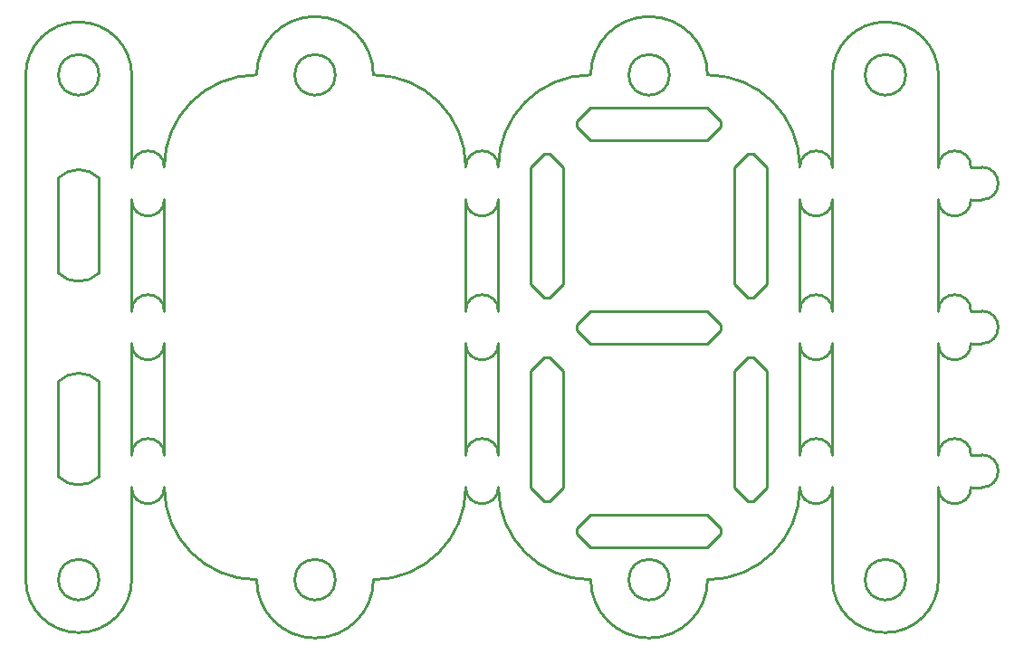
<source format=gm1>
G04*
G04 #@! TF.GenerationSoftware,Altium Limited,Altium Designer,20.2.6 (244)*
G04*
G04 Layer_Color=16711935*
%FSLAX25Y25*%
%MOIN*%
G70*
G04*
G04 #@! TF.SameCoordinates,EC59DE11-5F21-440E-92AE-D345A4C3AF16*
G04*
G04*
G04 #@! TF.FilePolarity,Positive*
G04*
G01*
G75*
%ADD10C,0.01000*%
D10*
X501000Y259000D02*
G03*
X513000Y259000I6000J0D01*
G01*
Y271000D02*
G03*
X501000Y271000I-6000J0D01*
G01*
Y206000D02*
G03*
X513000Y206000I6000J0D01*
G01*
Y218000D02*
G03*
X501000Y218000I-6000J0D01*
G01*
X513000Y165000D02*
G03*
X501000Y165000I-6000J0D01*
G01*
Y153000D02*
G03*
X513000Y153000I6000J0D01*
G01*
X204000D02*
G03*
X216000Y153000I6000J0D01*
G01*
X327000Y259000D02*
G03*
X339000Y259000I6000J0D01*
G01*
X450000Y153000D02*
G03*
X462000Y153000I6000J0D01*
G01*
X450000Y206000D02*
G03*
X462000Y206000I6000J0D01*
G01*
Y218000D02*
G03*
X450000Y218000I-6000J0D01*
G01*
Y259000D02*
G03*
X462000Y259000I6000J0D01*
G01*
X327000Y206000D02*
G03*
X339000Y206000I6000J0D01*
G01*
Y218000D02*
G03*
X327000Y218000I-6000J0D01*
G01*
Y153000D02*
G03*
X339000Y153000I6000J0D01*
G01*
X216000Y165000D02*
G03*
X204000Y165000I-6000J0D01*
G01*
Y206000D02*
G03*
X216000Y206000I6000J0D01*
G01*
Y218000D02*
G03*
X204000Y218000I-6000J0D01*
G01*
Y259000D02*
G03*
X216000Y259000I6000J0D01*
G01*
X462000Y271000D02*
G03*
X450000Y271000I-6000J0D01*
G01*
X462000Y165000D02*
G03*
X450000Y165000I-6000J0D01*
G01*
X339000Y271000D02*
G03*
X327000Y271000I-6000J0D01*
G01*
X339000Y165000D02*
G03*
X327000Y165000I-6000J0D01*
G01*
X216000Y271000D02*
G03*
X204000Y271000I-6000J0D01*
G01*
X517000Y153000D02*
G03*
X517000Y165000I0J6000D01*
G01*
Y206000D02*
G03*
X517000Y218000I0J6000D01*
G01*
Y259000D02*
G03*
X517000Y271000I0J6000D01*
G01*
X250000Y305000D02*
G03*
X216000Y271000I0J-34000D01*
G01*
X293000Y119000D02*
G03*
X327000Y153000I0J34000D01*
G01*
X216000D02*
G03*
X250000Y119000I34000J0D01*
G01*
X327000Y271000D02*
G03*
X293000Y305000I-34000J0D01*
G01*
D02*
G03*
X250000Y305000I-21500J0D01*
G01*
X279000D02*
G03*
X279000Y305000I-7500J0D01*
G01*
Y119000D02*
G03*
X279000Y119000I-7500J0D01*
G01*
X250000D02*
G03*
X293000Y119000I21500J0D01*
G01*
X165000Y119000D02*
G03*
X204000Y119000I19500J0D01*
G01*
X192000D02*
G03*
X192000Y119000I-7500J0D01*
G01*
Y305000D02*
G03*
X192000Y305000I-7500J0D01*
G01*
X204000D02*
G03*
X165000Y305000I-19500J0D01*
G01*
X192000Y267000D02*
G03*
X177000Y267000I-7500J-7500D01*
G01*
Y157000D02*
G03*
X192000Y157000I7500J7500D01*
G01*
X177000Y232000D02*
G03*
X192000Y232000I7500J7500D01*
G01*
Y192000D02*
G03*
X177000Y192000I-7500J-7500D01*
G01*
X416000Y119000D02*
G03*
X450000Y153000I0J34000D01*
G01*
X339000D02*
G03*
X373000Y119000I34000J0D01*
G01*
Y305000D02*
G03*
X339000Y271000I0J-34000D01*
G01*
X450000D02*
G03*
X416000Y305000I-34000J0D01*
G01*
D02*
G03*
X373000Y305000I-21500J0D01*
G01*
X402000D02*
G03*
X402000Y305000I-7500J0D01*
G01*
Y119000D02*
G03*
X402000Y119000I-7500J0D01*
G01*
X373000D02*
G03*
X416000Y119000I21500J0D01*
G01*
X501000Y305000D02*
G03*
X462000Y305000I-19500J0D01*
G01*
X489000D02*
G03*
X489000Y305000I-7500J0D01*
G01*
Y119000D02*
G03*
X489000Y119000I-7500J0D01*
G01*
X462000D02*
G03*
X501000Y119000I19500J0D01*
G01*
X513000Y271000D02*
X517000D01*
X513000Y259000D02*
X517000D01*
X513000Y218000D02*
X517000D01*
X513000Y206000D02*
X517000D01*
X513000Y153000D02*
X517000D01*
X513000Y165000D02*
X517000D01*
X501000Y218000D02*
Y259000D01*
Y165000D02*
Y206000D01*
X216000Y218000D02*
Y259000D01*
X462000Y165000D02*
Y206000D01*
X450000Y165000D02*
Y206000D01*
Y218000D02*
Y259000D01*
X462000Y218000D02*
Y259000D01*
X339000Y165000D02*
Y206000D01*
X327000Y165000D02*
Y206000D01*
Y218000D02*
Y259000D01*
X339000Y218000D02*
Y259000D01*
X204000Y218000D02*
Y259000D01*
Y165000D02*
Y206000D01*
X165000Y153000D02*
Y271000D01*
X216000Y165000D02*
Y206000D01*
X204000Y119000D02*
Y153000D01*
X165000Y119000D02*
Y153000D01*
X204000Y271000D02*
Y305000D01*
X165000Y271000D02*
Y305000D01*
X192000Y157000D02*
Y192000D01*
X177000Y157000D02*
Y192000D01*
X192000Y232000D02*
Y267000D01*
X177000Y232000D02*
Y267000D01*
X356000Y201000D02*
X358000D01*
X368000Y136000D02*
Y138000D01*
Y286000D02*
Y288000D01*
X356000Y276000D02*
X358000D01*
X368000Y211000D02*
Y213000D01*
X431000Y201000D02*
X433000D01*
X431000Y276000D02*
X433000D01*
Y201000D02*
X438000Y196000D01*
X358000Y201000D02*
X363000Y196000D01*
X351000D02*
X356000Y201000D01*
X426000Y196000D02*
X431000Y201000D01*
Y148000D02*
X433000D01*
X356000D02*
X358000D01*
X433000D02*
X438000Y153000D01*
X363000D02*
Y196000D01*
X426000Y153000D02*
Y196000D01*
X438000Y153000D02*
Y196000D01*
X351000Y153000D02*
X356000Y148000D01*
X358000D02*
X363000Y153000D01*
X426000D02*
X431000Y148000D01*
X351000Y153000D02*
Y196000D01*
X431000Y223000D02*
X433000D01*
X356000D02*
X358000D01*
X433000D02*
X438000Y228000D01*
X351000D02*
X356000Y223000D01*
X358000D02*
X363000Y228000D01*
X426000D02*
X431000Y223000D01*
X433000Y276000D02*
X438000Y271000D01*
X363000Y228000D02*
Y271000D01*
X426000Y228000D02*
Y271000D01*
X438000Y228000D02*
Y271000D01*
X358000Y276000D02*
X363000Y271000D01*
X351000D02*
X356000Y276000D01*
X426000Y271000D02*
X431000Y276000D01*
X351000Y228000D02*
Y271000D01*
X373000Y143000D02*
X416000D01*
X373000Y131000D02*
X416000D01*
X421000Y136000D01*
X416000Y143000D02*
X421000Y138000D01*
Y136000D02*
Y138000D01*
X368000Y136000D02*
X373000Y131000D01*
X368000Y138000D02*
X373000Y143000D01*
Y218000D02*
X416000D01*
X373000Y206000D02*
X416000D01*
X421000Y211000D01*
X416000Y218000D02*
X421000Y213000D01*
Y211000D02*
Y213000D01*
X368000Y211000D02*
X373000Y206000D01*
X368000Y213000D02*
X373000Y218000D01*
Y293000D02*
X416000D01*
X373000Y281000D02*
X416000D01*
X421000Y286000D01*
X416000Y293000D02*
X421000Y288000D01*
Y286000D02*
Y288000D01*
X368000Y286000D02*
X373000Y281000D01*
X368000Y288000D02*
X373000Y293000D01*
X462000Y271000D02*
Y305000D01*
X501000Y271000D02*
Y305000D01*
X462000Y119000D02*
Y153000D01*
X501000Y119000D02*
Y153000D01*
Y259000D02*
G03*
X513000Y259000I6000J0D01*
G01*
Y271000D02*
G03*
X501000Y271000I-6000J0D01*
G01*
Y206000D02*
G03*
X513000Y206000I6000J0D01*
G01*
Y218000D02*
G03*
X501000Y218000I-6000J0D01*
G01*
X513000Y165000D02*
G03*
X501000Y165000I-6000J0D01*
G01*
Y153000D02*
G03*
X513000Y153000I6000J0D01*
G01*
X204000D02*
G03*
X216000Y153000I6000J0D01*
G01*
X327000Y259000D02*
G03*
X339000Y259000I6000J0D01*
G01*
X450000Y153000D02*
G03*
X462000Y153000I6000J0D01*
G01*
X450000Y206000D02*
G03*
X462000Y206000I6000J0D01*
G01*
Y218000D02*
G03*
X450000Y218000I-6000J0D01*
G01*
Y259000D02*
G03*
X462000Y259000I6000J0D01*
G01*
X327000Y206000D02*
G03*
X339000Y206000I6000J0D01*
G01*
Y218000D02*
G03*
X327000Y218000I-6000J0D01*
G01*
Y153000D02*
G03*
X339000Y153000I6000J0D01*
G01*
X216000Y165000D02*
G03*
X204000Y165000I-6000J0D01*
G01*
Y206000D02*
G03*
X216000Y206000I6000J0D01*
G01*
Y218000D02*
G03*
X204000Y218000I-6000J0D01*
G01*
Y259000D02*
G03*
X216000Y259000I6000J0D01*
G01*
X462000Y271000D02*
G03*
X450000Y271000I-6000J0D01*
G01*
X462000Y165000D02*
G03*
X450000Y165000I-6000J0D01*
G01*
X339000Y271000D02*
G03*
X327000Y271000I-6000J0D01*
G01*
X339000Y165000D02*
G03*
X327000Y165000I-6000J0D01*
G01*
X216000Y271000D02*
G03*
X204000Y271000I-6000J0D01*
G01*
X517000Y153000D02*
G03*
X517000Y165000I0J6000D01*
G01*
Y206000D02*
G03*
X517000Y218000I0J6000D01*
G01*
Y259000D02*
G03*
X517000Y271000I0J6000D01*
G01*
X250000Y305000D02*
G03*
X216000Y271000I0J-34000D01*
G01*
X293000Y119000D02*
G03*
X327000Y153000I0J34000D01*
G01*
X216000D02*
G03*
X250000Y119000I34000J0D01*
G01*
X327000Y271000D02*
G03*
X293000Y305000I-34000J0D01*
G01*
D02*
G03*
X250000Y305000I-21500J0D01*
G01*
X279000D02*
G03*
X279000Y305000I-7500J0D01*
G01*
Y119000D02*
G03*
X279000Y119000I-7500J0D01*
G01*
X250000D02*
G03*
X293000Y119000I21500J0D01*
G01*
X165000Y119000D02*
G03*
X204000Y119000I19500J0D01*
G01*
X192000D02*
G03*
X192000Y119000I-7500J0D01*
G01*
Y305000D02*
G03*
X192000Y305000I-7500J0D01*
G01*
X204000D02*
G03*
X165000Y305000I-19500J0D01*
G01*
X192000Y267000D02*
G03*
X177000Y267000I-7500J-7500D01*
G01*
Y157000D02*
G03*
X192000Y157000I7500J7500D01*
G01*
X177000Y232000D02*
G03*
X192000Y232000I7500J7500D01*
G01*
Y192000D02*
G03*
X177000Y192000I-7500J-7500D01*
G01*
X416000Y119000D02*
G03*
X450000Y153000I0J34000D01*
G01*
X339000D02*
G03*
X373000Y119000I34000J0D01*
G01*
Y305000D02*
G03*
X339000Y271000I0J-34000D01*
G01*
X450000D02*
G03*
X416000Y305000I-34000J0D01*
G01*
D02*
G03*
X373000Y305000I-21500J0D01*
G01*
X402000D02*
G03*
X402000Y305000I-7500J0D01*
G01*
Y119000D02*
G03*
X402000Y119000I-7500J0D01*
G01*
X373000D02*
G03*
X416000Y119000I21500J0D01*
G01*
X501000Y305000D02*
G03*
X462000Y305000I-19500J0D01*
G01*
X489000D02*
G03*
X489000Y305000I-7500J0D01*
G01*
Y119000D02*
G03*
X489000Y119000I-7500J0D01*
G01*
X462000D02*
G03*
X501000Y119000I19500J0D01*
G01*
X513000Y271000D02*
X517000D01*
X513000Y259000D02*
X517000D01*
X513000Y218000D02*
X517000D01*
X513000Y206000D02*
X517000D01*
X513000Y153000D02*
X517000D01*
X513000Y165000D02*
X517000D01*
X501000Y218000D02*
Y259000D01*
Y165000D02*
Y206000D01*
X216000Y218000D02*
Y259000D01*
X462000Y165000D02*
Y206000D01*
X450000Y165000D02*
Y206000D01*
Y218000D02*
Y259000D01*
X462000Y218000D02*
Y259000D01*
X339000Y165000D02*
Y206000D01*
X327000Y165000D02*
Y206000D01*
Y218000D02*
Y259000D01*
X339000Y218000D02*
Y259000D01*
X204000Y218000D02*
Y259000D01*
Y165000D02*
Y206000D01*
X165000Y153000D02*
Y271000D01*
X216000Y165000D02*
Y206000D01*
X204000Y119000D02*
Y153000D01*
X165000Y119000D02*
Y153000D01*
X204000Y271000D02*
Y305000D01*
X165000Y271000D02*
Y305000D01*
X192000Y157000D02*
Y192000D01*
X177000Y157000D02*
Y192000D01*
X192000Y232000D02*
Y267000D01*
X177000Y232000D02*
Y267000D01*
X356000Y201000D02*
X358000D01*
X368000Y136000D02*
Y138000D01*
Y286000D02*
Y288000D01*
X356000Y276000D02*
X358000D01*
X368000Y211000D02*
Y213000D01*
X431000Y201000D02*
X433000D01*
X431000Y276000D02*
X433000D01*
Y201000D02*
X438000Y196000D01*
X358000Y201000D02*
X363000Y196000D01*
X351000D02*
X356000Y201000D01*
X426000Y196000D02*
X431000Y201000D01*
Y148000D02*
X433000D01*
X356000D02*
X358000D01*
X433000D02*
X438000Y153000D01*
X363000D02*
Y196000D01*
X426000Y153000D02*
Y196000D01*
X438000Y153000D02*
Y196000D01*
X351000Y153000D02*
X356000Y148000D01*
X358000D02*
X363000Y153000D01*
X426000D02*
X431000Y148000D01*
X351000Y153000D02*
Y196000D01*
X431000Y223000D02*
X433000D01*
X356000D02*
X358000D01*
X433000D02*
X438000Y228000D01*
X351000D02*
X356000Y223000D01*
X358000D02*
X363000Y228000D01*
X426000D02*
X431000Y223000D01*
X433000Y276000D02*
X438000Y271000D01*
X363000Y228000D02*
Y271000D01*
X426000Y228000D02*
Y271000D01*
X438000Y228000D02*
Y271000D01*
X358000Y276000D02*
X363000Y271000D01*
X351000D02*
X356000Y276000D01*
X426000Y271000D02*
X431000Y276000D01*
X351000Y228000D02*
Y271000D01*
X373000Y143000D02*
X416000D01*
X373000Y131000D02*
X416000D01*
X421000Y136000D01*
X416000Y143000D02*
X421000Y138000D01*
Y136000D02*
Y138000D01*
X368000Y136000D02*
X373000Y131000D01*
X368000Y138000D02*
X373000Y143000D01*
Y218000D02*
X416000D01*
X373000Y206000D02*
X416000D01*
X421000Y211000D01*
X416000Y218000D02*
X421000Y213000D01*
Y211000D02*
Y213000D01*
X368000Y211000D02*
X373000Y206000D01*
X368000Y213000D02*
X373000Y218000D01*
Y293000D02*
X416000D01*
X373000Y281000D02*
X416000D01*
X421000Y286000D01*
X416000Y293000D02*
X421000Y288000D01*
Y286000D02*
Y288000D01*
X368000Y286000D02*
X373000Y281000D01*
X368000Y288000D02*
X373000Y293000D01*
X462000Y271000D02*
Y305000D01*
X501000Y271000D02*
Y305000D01*
X462000Y119000D02*
Y153000D01*
X501000Y119000D02*
Y153000D01*
M02*

</source>
